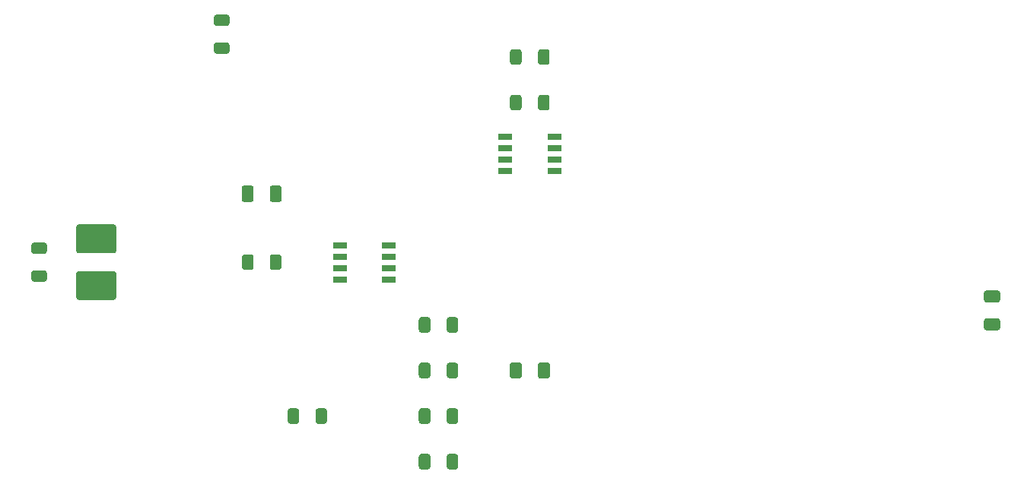
<source format=gbr>
%TF.GenerationSoftware,KiCad,Pcbnew,(5.1.7)-1*%
%TF.CreationDate,2022-02-05T15:55:05+01:00*%
%TF.ProjectId,Dev_Board,4465765f-426f-4617-9264-2e6b69636164,rev?*%
%TF.SameCoordinates,Original*%
%TF.FileFunction,Paste,Top*%
%TF.FilePolarity,Positive*%
%FSLAX46Y46*%
G04 Gerber Fmt 4.6, Leading zero omitted, Abs format (unit mm)*
G04 Created by KiCad (PCBNEW (5.1.7)-1) date 2022-02-05 15:55:05*
%MOMM*%
%LPD*%
G01*
G04 APERTURE LIST*
%ADD10R,1.526000X0.650000*%
G04 APERTURE END LIST*
%TO.C,R9*%
G36*
G01*
X131815000Y-106125000D02*
X131815000Y-107235000D01*
G75*
G02*
X131490000Y-107560000I-325000J0D01*
G01*
X130840000Y-107560000D01*
G75*
G02*
X130515000Y-107235000I0J325000D01*
G01*
X130515000Y-106125000D01*
G75*
G02*
X130840000Y-105800000I325000J0D01*
G01*
X131490000Y-105800000D01*
G75*
G02*
X131815000Y-106125000I0J-325000D01*
G01*
G37*
G36*
G01*
X134915000Y-106125000D02*
X134915000Y-107235000D01*
G75*
G02*
X134590000Y-107560000I-325000J0D01*
G01*
X133940000Y-107560000D01*
G75*
G02*
X133615000Y-107235000I0J325000D01*
G01*
X133615000Y-106125000D01*
G75*
G02*
X133940000Y-105800000I325000J0D01*
G01*
X134590000Y-105800000D01*
G75*
G02*
X134915000Y-106125000I0J-325000D01*
G01*
G37*
%TD*%
%TO.C,R13*%
G36*
G01*
X148220000Y-107235000D02*
X148220000Y-106125000D01*
G75*
G02*
X148545000Y-105800000I325000J0D01*
G01*
X149195000Y-105800000D01*
G75*
G02*
X149520000Y-106125000I0J-325000D01*
G01*
X149520000Y-107235000D01*
G75*
G02*
X149195000Y-107560000I-325000J0D01*
G01*
X148545000Y-107560000D01*
G75*
G02*
X148220000Y-107235000I0J325000D01*
G01*
G37*
G36*
G01*
X145120000Y-107235000D02*
X145120000Y-106125000D01*
G75*
G02*
X145445000Y-105800000I325000J0D01*
G01*
X146095000Y-105800000D01*
G75*
G02*
X146420000Y-106125000I0J-325000D01*
G01*
X146420000Y-107235000D01*
G75*
G02*
X146095000Y-107560000I-325000J0D01*
G01*
X145445000Y-107560000D01*
G75*
G02*
X145120000Y-107235000I0J325000D01*
G01*
G37*
%TD*%
%TO.C,R12*%
G36*
G01*
X146420000Y-111205000D02*
X146420000Y-112315000D01*
G75*
G02*
X146095000Y-112640000I-325000J0D01*
G01*
X145445000Y-112640000D01*
G75*
G02*
X145120000Y-112315000I0J325000D01*
G01*
X145120000Y-111205000D01*
G75*
G02*
X145445000Y-110880000I325000J0D01*
G01*
X146095000Y-110880000D01*
G75*
G02*
X146420000Y-111205000I0J-325000D01*
G01*
G37*
G36*
G01*
X149520000Y-111205000D02*
X149520000Y-112315000D01*
G75*
G02*
X149195000Y-112640000I-325000J0D01*
G01*
X148545000Y-112640000D01*
G75*
G02*
X148220000Y-112315000I0J325000D01*
G01*
X148220000Y-111205000D01*
G75*
G02*
X148545000Y-110880000I325000J0D01*
G01*
X149195000Y-110880000D01*
G75*
G02*
X149520000Y-111205000I0J-325000D01*
G01*
G37*
%TD*%
%TO.C,C5*%
G36*
G01*
X156580000Y-100949997D02*
X156580000Y-102250003D01*
G75*
G02*
X156330003Y-102500000I-249997J0D01*
G01*
X155504997Y-102500000D01*
G75*
G02*
X155255000Y-102250003I0J249997D01*
G01*
X155255000Y-100949997D01*
G75*
G02*
X155504997Y-100700000I249997J0D01*
G01*
X156330003Y-100700000D01*
G75*
G02*
X156580000Y-100949997I0J-249997D01*
G01*
G37*
G36*
G01*
X159705000Y-100949997D02*
X159705000Y-102250003D01*
G75*
G02*
X159455003Y-102500000I-249997J0D01*
G01*
X158629997Y-102500000D01*
G75*
G02*
X158380000Y-102250003I0J249997D01*
G01*
X158380000Y-100949997D01*
G75*
G02*
X158629997Y-100700000I249997J0D01*
G01*
X159455003Y-100700000D01*
G75*
G02*
X159705000Y-100949997I0J-249997D01*
G01*
G37*
%TD*%
%TO.C,C4*%
G36*
G01*
X208264997Y-95807500D02*
X209565003Y-95807500D01*
G75*
G02*
X209815000Y-96057497I0J-249997D01*
G01*
X209815000Y-96882503D01*
G75*
G02*
X209565003Y-97132500I-249997J0D01*
G01*
X208264997Y-97132500D01*
G75*
G02*
X208015000Y-96882503I0J249997D01*
G01*
X208015000Y-96057497D01*
G75*
G02*
X208264997Y-95807500I249997J0D01*
G01*
G37*
G36*
G01*
X208264997Y-92682500D02*
X209565003Y-92682500D01*
G75*
G02*
X209815000Y-92932497I0J-249997D01*
G01*
X209815000Y-93757503D01*
G75*
G02*
X209565003Y-94007500I-249997J0D01*
G01*
X208264997Y-94007500D01*
G75*
G02*
X208015000Y-93757503I0J249997D01*
G01*
X208015000Y-92932497D01*
G75*
G02*
X208264997Y-92682500I249997J0D01*
G01*
G37*
%TD*%
%TO.C,R6*%
G36*
G01*
X107245000Y-90535000D02*
X111195000Y-90535000D01*
G75*
G02*
X111445000Y-90785000I0J-250000D01*
G01*
X111445000Y-93485000D01*
G75*
G02*
X111195000Y-93735000I-250000J0D01*
G01*
X107245000Y-93735000D01*
G75*
G02*
X106995000Y-93485000I0J250000D01*
G01*
X106995000Y-90785000D01*
G75*
G02*
X107245000Y-90535000I250000J0D01*
G01*
G37*
G36*
G01*
X107245000Y-85335000D02*
X111195000Y-85335000D01*
G75*
G02*
X111445000Y-85585000I0J-250000D01*
G01*
X111445000Y-88285000D01*
G75*
G02*
X111195000Y-88535000I-250000J0D01*
G01*
X107245000Y-88535000D01*
G75*
G02*
X106995000Y-88285000I0J250000D01*
G01*
X106995000Y-85585000D01*
G75*
G02*
X107245000Y-85335000I250000J0D01*
G01*
G37*
%TD*%
%TO.C,C1*%
G36*
G01*
X125410000Y-82565003D02*
X125410000Y-81264997D01*
G75*
G02*
X125659997Y-81015000I249997J0D01*
G01*
X126485003Y-81015000D01*
G75*
G02*
X126735000Y-81264997I0J-249997D01*
G01*
X126735000Y-82565003D01*
G75*
G02*
X126485003Y-82815000I-249997J0D01*
G01*
X125659997Y-82815000D01*
G75*
G02*
X125410000Y-82565003I0J249997D01*
G01*
G37*
G36*
G01*
X128535000Y-82565003D02*
X128535000Y-81264997D01*
G75*
G02*
X128784997Y-81015000I249997J0D01*
G01*
X129610003Y-81015000D01*
G75*
G02*
X129860000Y-81264997I0J-249997D01*
G01*
X129860000Y-82565003D01*
G75*
G02*
X129610003Y-82815000I-249997J0D01*
G01*
X128784997Y-82815000D01*
G75*
G02*
X128535000Y-82565003I0J249997D01*
G01*
G37*
%TD*%
D10*
%TO.C,IC1*%
X136353000Y-87630000D03*
X136353000Y-88900000D03*
X136353000Y-90170000D03*
X136353000Y-91440000D03*
X141777000Y-91440000D03*
X141777000Y-90170000D03*
X141777000Y-88900000D03*
X141777000Y-87630000D03*
%TD*%
%TO.C,IC2*%
X160192000Y-75565000D03*
X160192000Y-76835000D03*
X160192000Y-78105000D03*
X160192000Y-79375000D03*
X154768000Y-79375000D03*
X154768000Y-78105000D03*
X154768000Y-76835000D03*
X154768000Y-75565000D03*
%TD*%
%TO.C,R1*%
G36*
G01*
X146420000Y-95965000D02*
X146420000Y-97075000D01*
G75*
G02*
X146095000Y-97400000I-325000J0D01*
G01*
X145445000Y-97400000D01*
G75*
G02*
X145120000Y-97075000I0J325000D01*
G01*
X145120000Y-95965000D01*
G75*
G02*
X145445000Y-95640000I325000J0D01*
G01*
X146095000Y-95640000D01*
G75*
G02*
X146420000Y-95965000I0J-325000D01*
G01*
G37*
G36*
G01*
X149520000Y-95965000D02*
X149520000Y-97075000D01*
G75*
G02*
X149195000Y-97400000I-325000J0D01*
G01*
X148545000Y-97400000D01*
G75*
G02*
X148220000Y-97075000I0J325000D01*
G01*
X148220000Y-95965000D01*
G75*
G02*
X148545000Y-95640000I325000J0D01*
G01*
X149195000Y-95640000D01*
G75*
G02*
X149520000Y-95965000I0J-325000D01*
G01*
G37*
%TD*%
%TO.C,R2*%
G36*
G01*
X146420000Y-101045000D02*
X146420000Y-102155000D01*
G75*
G02*
X146095000Y-102480000I-325000J0D01*
G01*
X145445000Y-102480000D01*
G75*
G02*
X145120000Y-102155000I0J325000D01*
G01*
X145120000Y-101045000D01*
G75*
G02*
X145445000Y-100720000I325000J0D01*
G01*
X146095000Y-100720000D01*
G75*
G02*
X146420000Y-101045000I0J-325000D01*
G01*
G37*
G36*
G01*
X149520000Y-101045000D02*
X149520000Y-102155000D01*
G75*
G02*
X149195000Y-102480000I-325000J0D01*
G01*
X148545000Y-102480000D01*
G75*
G02*
X148220000Y-102155000I0J325000D01*
G01*
X148220000Y-101045000D01*
G75*
G02*
X148545000Y-100720000I325000J0D01*
G01*
X149195000Y-100720000D01*
G75*
G02*
X149520000Y-101045000I0J-325000D01*
G01*
G37*
%TD*%
%TO.C,R3*%
G36*
G01*
X122635000Y-61935000D02*
X123745000Y-61935000D01*
G75*
G02*
X124070000Y-62260000I0J-325000D01*
G01*
X124070000Y-62910000D01*
G75*
G02*
X123745000Y-63235000I-325000J0D01*
G01*
X122635000Y-63235000D01*
G75*
G02*
X122310000Y-62910000I0J325000D01*
G01*
X122310000Y-62260000D01*
G75*
G02*
X122635000Y-61935000I325000J0D01*
G01*
G37*
G36*
G01*
X122635000Y-65035000D02*
X123745000Y-65035000D01*
G75*
G02*
X124070000Y-65360000I0J-325000D01*
G01*
X124070000Y-66010000D01*
G75*
G02*
X123745000Y-66335000I-325000J0D01*
G01*
X122635000Y-66335000D01*
G75*
G02*
X122310000Y-66010000I0J325000D01*
G01*
X122310000Y-65360000D01*
G75*
G02*
X122635000Y-65035000I325000J0D01*
G01*
G37*
%TD*%
%TO.C,R4*%
G36*
G01*
X129835000Y-88980000D02*
X129835000Y-90090000D01*
G75*
G02*
X129510000Y-90415000I-325000J0D01*
G01*
X128860000Y-90415000D01*
G75*
G02*
X128535000Y-90090000I0J325000D01*
G01*
X128535000Y-88980000D01*
G75*
G02*
X128860000Y-88655000I325000J0D01*
G01*
X129510000Y-88655000D01*
G75*
G02*
X129835000Y-88980000I0J-325000D01*
G01*
G37*
G36*
G01*
X126735000Y-88980000D02*
X126735000Y-90090000D01*
G75*
G02*
X126410000Y-90415000I-325000J0D01*
G01*
X125760000Y-90415000D01*
G75*
G02*
X125435000Y-90090000I0J325000D01*
G01*
X125435000Y-88980000D01*
G75*
G02*
X125760000Y-88655000I325000J0D01*
G01*
X126410000Y-88655000D01*
G75*
G02*
X126735000Y-88980000I0J-325000D01*
G01*
G37*
%TD*%
%TO.C,R7*%
G36*
G01*
X102315000Y-87335000D02*
X103425000Y-87335000D01*
G75*
G02*
X103750000Y-87660000I0J-325000D01*
G01*
X103750000Y-88310000D01*
G75*
G02*
X103425000Y-88635000I-325000J0D01*
G01*
X102315000Y-88635000D01*
G75*
G02*
X101990000Y-88310000I0J325000D01*
G01*
X101990000Y-87660000D01*
G75*
G02*
X102315000Y-87335000I325000J0D01*
G01*
G37*
G36*
G01*
X102315000Y-90435000D02*
X103425000Y-90435000D01*
G75*
G02*
X103750000Y-90760000I0J-325000D01*
G01*
X103750000Y-91410000D01*
G75*
G02*
X103425000Y-91735000I-325000J0D01*
G01*
X102315000Y-91735000D01*
G75*
G02*
X101990000Y-91410000I0J325000D01*
G01*
X101990000Y-90760000D01*
G75*
G02*
X102315000Y-90435000I325000J0D01*
G01*
G37*
%TD*%
%TO.C,R8*%
G36*
G01*
X158380000Y-72310000D02*
X158380000Y-71200000D01*
G75*
G02*
X158705000Y-70875000I325000J0D01*
G01*
X159355000Y-70875000D01*
G75*
G02*
X159680000Y-71200000I0J-325000D01*
G01*
X159680000Y-72310000D01*
G75*
G02*
X159355000Y-72635000I-325000J0D01*
G01*
X158705000Y-72635000D01*
G75*
G02*
X158380000Y-72310000I0J325000D01*
G01*
G37*
G36*
G01*
X155280000Y-72310000D02*
X155280000Y-71200000D01*
G75*
G02*
X155605000Y-70875000I325000J0D01*
G01*
X156255000Y-70875000D01*
G75*
G02*
X156580000Y-71200000I0J-325000D01*
G01*
X156580000Y-72310000D01*
G75*
G02*
X156255000Y-72635000I-325000J0D01*
G01*
X155605000Y-72635000D01*
G75*
G02*
X155280000Y-72310000I0J325000D01*
G01*
G37*
%TD*%
%TO.C,R10*%
G36*
G01*
X159680000Y-66120000D02*
X159680000Y-67230000D01*
G75*
G02*
X159355000Y-67555000I-325000J0D01*
G01*
X158705000Y-67555000D01*
G75*
G02*
X158380000Y-67230000I0J325000D01*
G01*
X158380000Y-66120000D01*
G75*
G02*
X158705000Y-65795000I325000J0D01*
G01*
X159355000Y-65795000D01*
G75*
G02*
X159680000Y-66120000I0J-325000D01*
G01*
G37*
G36*
G01*
X156580000Y-66120000D02*
X156580000Y-67230000D01*
G75*
G02*
X156255000Y-67555000I-325000J0D01*
G01*
X155605000Y-67555000D01*
G75*
G02*
X155280000Y-67230000I0J325000D01*
G01*
X155280000Y-66120000D01*
G75*
G02*
X155605000Y-65795000I325000J0D01*
G01*
X156255000Y-65795000D01*
G75*
G02*
X156580000Y-66120000I0J-325000D01*
G01*
G37*
%TD*%
M02*

</source>
